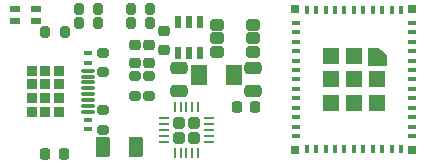
<source format=gbr>
%TF.GenerationSoftware,KiCad,Pcbnew,(6.0.2-0)*%
%TF.CreationDate,2022-02-18T13:02:07+00:00*%
%TF.ProjectId,Generic3,47656e65-7269-4633-932e-6b696361645f,1*%
%TF.SameCoordinates,Original*%
%TF.FileFunction,Paste,Top*%
%TF.FilePolarity,Positive*%
%FSLAX46Y46*%
G04 Gerber Fmt 4.6, Leading zero omitted, Abs format (unit mm)*
G04 Created by KiCad (PCBNEW (6.0.2-0)) date 2022-02-18 13:02:07*
%MOMM*%
%LPD*%
G01*
G04 APERTURE LIST*
G04 Aperture macros list*
%AMRoundRect*
0 Rectangle with rounded corners*
0 $1 Rounding radius*
0 $2 $3 $4 $5 $6 $7 $8 $9 X,Y pos of 4 corners*
0 Add a 4 corners polygon primitive as box body*
4,1,4,$2,$3,$4,$5,$6,$7,$8,$9,$2,$3,0*
0 Add four circle primitives for the rounded corners*
1,1,$1+$1,$2,$3*
1,1,$1+$1,$4,$5*
1,1,$1+$1,$6,$7*
1,1,$1+$1,$8,$9*
0 Add four rect primitives between the rounded corners*
20,1,$1+$1,$2,$3,$4,$5,0*
20,1,$1+$1,$4,$5,$6,$7,0*
20,1,$1+$1,$6,$7,$8,$9,0*
20,1,$1+$1,$8,$9,$2,$3,0*%
G04 Aperture macros list end*
%ADD10C,0.010000*%
%ADD11RoundRect,0.225000X0.250000X-0.225000X0.250000X0.225000X-0.250000X0.225000X-0.250000X-0.225000X0*%
%ADD12RoundRect,0.250000X-0.255000X0.255000X-0.255000X-0.255000X0.255000X-0.255000X0.255000X0.255000X0*%
%ADD13RoundRect,0.062500X-0.062500X0.350000X-0.062500X-0.350000X0.062500X-0.350000X0.062500X0.350000X0*%
%ADD14RoundRect,0.062500X-0.350000X0.062500X-0.350000X-0.062500X0.350000X-0.062500X0.350000X0.062500X0*%
%ADD15RoundRect,0.200000X-0.200000X-0.275000X0.200000X-0.275000X0.200000X0.275000X-0.200000X0.275000X0*%
%ADD16RoundRect,0.225000X-0.225000X-0.250000X0.225000X-0.250000X0.225000X0.250000X-0.225000X0.250000X0*%
%ADD17RoundRect,0.250000X0.375000X0.625000X-0.375000X0.625000X-0.375000X-0.625000X0.375000X-0.625000X0*%
%ADD18RoundRect,0.250000X-0.350000X-0.250000X0.350000X-0.250000X0.350000X0.250000X-0.350000X0.250000X0*%
%ADD19RoundRect,0.249375X-0.463125X-0.625625X0.463125X-0.625625X0.463125X0.625625X-0.463125X0.625625X0*%
%ADD20R,0.600000X1.100000*%
%ADD21RoundRect,0.250000X-0.475000X0.250000X-0.475000X-0.250000X0.475000X-0.250000X0.475000X0.250000X0*%
%ADD22RoundRect,0.232500X-0.232500X0.232500X-0.232500X-0.232500X0.232500X-0.232500X0.232500X0.232500X0*%
%ADD23R,0.798000X0.420000*%
%ADD24RoundRect,0.075000X-0.495000X0.075000X-0.495000X-0.075000X0.495000X-0.075000X0.495000X0.075000X0*%
%ADD25RoundRect,0.200000X0.275000X-0.200000X0.275000X0.200000X-0.275000X0.200000X-0.275000X-0.200000X0*%
%ADD26RoundRect,0.200000X-0.275000X0.200000X-0.275000X-0.200000X0.275000X-0.200000X0.275000X0.200000X0*%
%ADD27R,0.400000X0.800000*%
%ADD28R,0.800000X0.400000*%
%ADD29R,1.450000X1.450000*%
%ADD30R,0.700000X0.700000*%
%ADD31R,0.850000X0.500000*%
G04 APERTURE END LIST*
D10*
%TO.C,U1*%
X167581750Y-59625000D02*
X169031750Y-59625000D01*
X169031750Y-59625000D02*
X169031750Y-58775000D01*
X169031750Y-58775000D02*
X168431750Y-58175000D01*
X168431750Y-58175000D02*
X167581750Y-58175000D01*
X167581750Y-58175000D02*
X167581750Y-59625000D01*
G36*
X169031750Y-58775000D02*
G01*
X169031750Y-59625000D01*
X167581750Y-59625000D01*
X167581750Y-58175000D01*
X168431750Y-58175000D01*
X169031750Y-58775000D01*
G37*
X169031750Y-58775000D02*
X169031750Y-59625000D01*
X167581750Y-59625000D01*
X167581750Y-58175000D01*
X168431750Y-58175000D01*
X169031750Y-58775000D01*
%TD*%
D11*
%TO.C,C1*%
X147800000Y-59475000D03*
X147800000Y-57925000D03*
%TD*%
D12*
%TO.C,U3*%
X151550000Y-65775000D03*
X152800000Y-64525000D03*
X151550000Y-64525000D03*
X152800000Y-65775000D03*
D13*
X153175000Y-63212500D03*
X152675000Y-63212500D03*
X152175000Y-63212500D03*
X151675000Y-63212500D03*
X151175000Y-63212500D03*
D14*
X150237500Y-64150000D03*
X150237500Y-64650000D03*
X150237500Y-65150000D03*
X150237500Y-65650000D03*
X150237500Y-66150000D03*
D13*
X151175000Y-67087500D03*
X151675000Y-67087500D03*
X152175000Y-67087500D03*
X152675000Y-67087500D03*
X153175000Y-67087500D03*
D14*
X154112500Y-66150000D03*
X154112500Y-65650000D03*
X154112500Y-65150000D03*
X154112500Y-64650000D03*
X154112500Y-64150000D03*
%TD*%
D15*
%TO.C,R3*%
X140225000Y-56850000D03*
X141875000Y-56850000D03*
%TD*%
D16*
%TO.C,C3*%
X140225000Y-67200000D03*
X141775000Y-67200000D03*
%TD*%
D17*
%TO.C,D7*%
X147900000Y-66600000D03*
X145100000Y-66600000D03*
%TD*%
D16*
%TO.C,C4*%
X156425000Y-63200000D03*
X157975000Y-63200000D03*
%TD*%
D18*
%TO.C,U2*%
X157800000Y-58500000D03*
D11*
X150300000Y-56775000D03*
X150300000Y-58325000D03*
D19*
X153197500Y-60470000D03*
D20*
X153350000Y-55950000D03*
D18*
X157800000Y-57350000D03*
X157800000Y-56200000D03*
D20*
X153350000Y-58650000D03*
D18*
X154800000Y-57350000D03*
X154800000Y-56200000D03*
X154800000Y-58500000D03*
D20*
X151450000Y-58650000D03*
D21*
X151550000Y-59900000D03*
D20*
X152400000Y-58650000D03*
D21*
X151550000Y-61800000D03*
D20*
X152400000Y-55950000D03*
D21*
X157800000Y-61800000D03*
D19*
X156162500Y-60470000D03*
D21*
X157800000Y-59900000D03*
D20*
X151450000Y-55950000D03*
%TD*%
D22*
%TO.C,J3*%
X140235000Y-63565000D03*
X141385000Y-61265000D03*
X139085000Y-63565000D03*
X141385000Y-63565000D03*
X141385000Y-62415000D03*
X140235000Y-60115000D03*
X141385000Y-60115000D03*
X139085000Y-62415000D03*
X140235000Y-61265000D03*
X139085000Y-60115000D03*
X139085000Y-61265000D03*
X140235000Y-62415000D03*
D23*
X143810000Y-58650000D03*
X143810000Y-59450000D03*
D24*
X143810000Y-60600000D03*
X143810000Y-61600000D03*
X143810000Y-62100000D03*
X143810000Y-63100000D03*
D23*
X143810000Y-65050000D03*
X143810000Y-64250000D03*
D24*
X143810000Y-63600000D03*
X143810000Y-62600000D03*
X143810000Y-61100000D03*
X143810000Y-60100000D03*
%TD*%
D15*
%TO.C,R2*%
X143075000Y-56100000D03*
X144725000Y-56100000D03*
%TD*%
D11*
%TO.C,C2*%
X149000000Y-59475000D03*
X149000000Y-57925000D03*
%TD*%
D15*
%TO.C,R9*%
X147475000Y-54900000D03*
X149125000Y-54900000D03*
%TD*%
D25*
%TO.C,R4*%
X145100000Y-60225000D03*
X145100000Y-58575000D03*
%TD*%
D26*
%TO.C,R7*%
X149000000Y-60565000D03*
X149000000Y-62215000D03*
%TD*%
D27*
%TO.C,U1*%
X170356750Y-54950000D03*
X169556750Y-54950000D03*
X168756750Y-54950000D03*
X167956750Y-54950000D03*
X167156750Y-54950000D03*
X166356750Y-54950000D03*
X165556750Y-54950000D03*
X164756750Y-54950000D03*
X163956750Y-54950000D03*
X163156750Y-54950000D03*
X162356750Y-54950000D03*
D28*
X161456750Y-56050000D03*
X161456750Y-56850000D03*
X161456750Y-57650000D03*
X161456750Y-58450000D03*
X161456750Y-59250000D03*
X161456750Y-60050000D03*
X161456750Y-60850000D03*
X161456750Y-61650000D03*
X161456750Y-62450000D03*
X161456750Y-63250000D03*
X161456750Y-64050000D03*
X161456750Y-64850000D03*
X161456750Y-65650000D03*
D27*
X162356750Y-66750000D03*
X163156750Y-66750000D03*
X163956750Y-66750000D03*
X164756750Y-66750000D03*
X165556750Y-66750000D03*
X166356750Y-66750000D03*
X167156750Y-66750000D03*
X167956750Y-66750000D03*
X168756750Y-66750000D03*
X169556750Y-66750000D03*
X170356750Y-66750000D03*
D28*
X171256750Y-65650000D03*
X171256750Y-64850000D03*
X171256750Y-64050000D03*
X171256750Y-63250000D03*
X171256750Y-62450000D03*
X171256750Y-61650000D03*
X171256750Y-60850000D03*
X171256750Y-60050000D03*
X171256750Y-59250000D03*
X171256750Y-58450000D03*
X171256750Y-57650000D03*
X171256750Y-56850000D03*
X171256750Y-56050000D03*
D29*
X166356750Y-60850000D03*
D30*
X171306750Y-66800000D03*
X161406750Y-66800000D03*
X161406750Y-54900000D03*
X171306750Y-54900000D03*
D29*
X166356750Y-58900000D03*
X164406750Y-58900000D03*
X164406750Y-60850000D03*
X164406750Y-62800000D03*
X166356750Y-62800000D03*
X168306750Y-62800000D03*
X168306750Y-60850000D03*
%TD*%
D31*
%TO.C,D6*%
X137675000Y-54900000D03*
X139425000Y-54900000D03*
X139425000Y-55900000D03*
X137675000Y-55900000D03*
%TD*%
D15*
%TO.C,R8*%
X147475000Y-56100000D03*
X149125000Y-56100000D03*
%TD*%
D26*
%TO.C,R6*%
X147800000Y-60575000D03*
X147800000Y-62225000D03*
%TD*%
D25*
%TO.C,R5*%
X145100000Y-65125000D03*
X145100000Y-63475000D03*
%TD*%
D15*
%TO.C,R1*%
X143075000Y-54900000D03*
X144725000Y-54900000D03*
%TD*%
M02*

</source>
